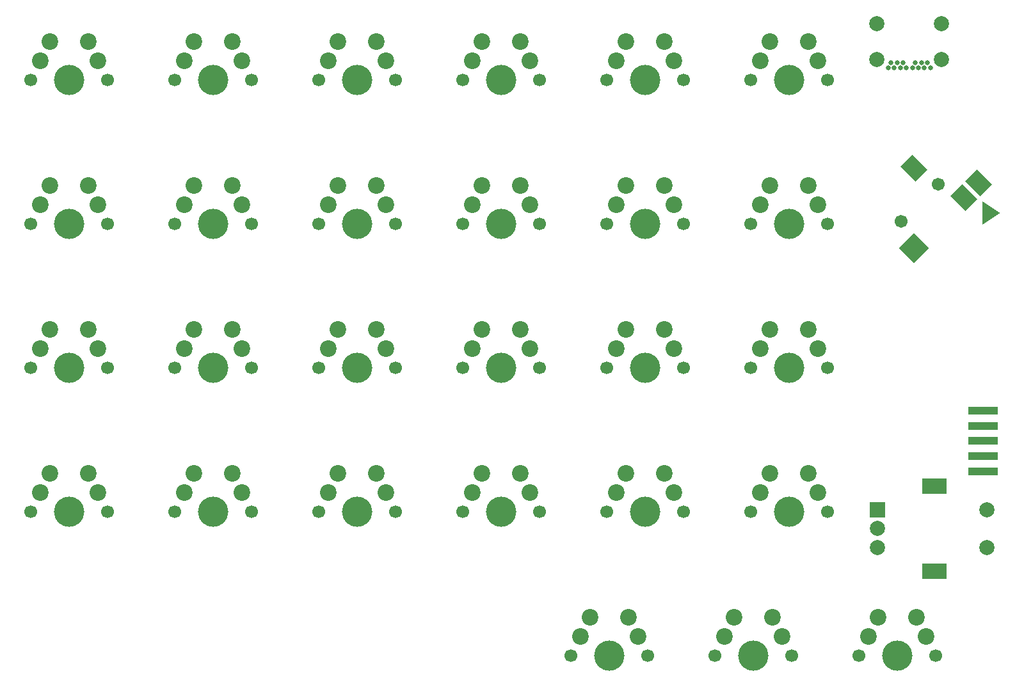
<source format=gbs>
G04 #@! TF.GenerationSoftware,KiCad,Pcbnew,(7.0.0)*
G04 #@! TF.CreationDate,2024-01-17T20:31:31+01:00*
G04 #@! TF.ProjectId,junon-kb,6a756e6f-6e2d-46b6-922e-6b696361645f,rev?*
G04 #@! TF.SameCoordinates,Original*
G04 #@! TF.FileFunction,Soldermask,Bot*
G04 #@! TF.FilePolarity,Negative*
%FSLAX46Y46*%
G04 Gerber Fmt 4.6, Leading zero omitted, Abs format (unit mm)*
G04 Created by KiCad (PCBNEW (7.0.0)) date 2024-01-17 20:31:31*
%MOMM*%
%LPD*%
G01*
G04 APERTURE LIST*
G04 Aperture macros list*
%AMRotRect*
0 Rectangle, with rotation*
0 The origin of the aperture is its center*
0 $1 length*
0 $2 width*
0 $3 Rotation angle, in degrees counterclockwise*
0 Add horizontal line*
21,1,$1,$2,0,0,$3*%
%AMOutline4P*
0 Free polygon, 4 corners , with rotation*
0 The origin of the aperture is its center*
0 number of corners: always 4*
0 $1 to $8 corner X, Y*
0 $9 Rotation angle, in degrees counterclockwise*
0 create outline with 4 corners*
4,1,4,$1,$2,$3,$4,$5,$6,$7,$8,$1,$2,$9*%
G04 Aperture macros list end*
%ADD10C,1.700000*%
%ADD11C,4.000000*%
%ADD12C,2.200000*%
%ADD13RotRect,2.794000X2.209800X135.000000*%
%ADD14RotRect,2.794000X2.794000X135.000000*%
%ADD15C,1.701800*%
%ADD16C,0.650000*%
%ADD17C,2.012000*%
%ADD18R,2.000000X2.000000*%
%ADD19C,2.000000*%
%ADD20R,3.200000X2.000000*%
%ADD21R,4.000000X1.000000*%
%ADD22Outline4P,-1.143000X-1.512000X1.143000X-0.012000X1.143000X0.012000X-1.143000X1.512000X0.000000*%
G04 APERTURE END LIST*
D10*
X182067500Y-121590000D03*
D11*
X187147500Y-121590000D03*
D10*
X192227500Y-121590000D03*
D12*
X184607500Y-116510000D03*
X189687500Y-116510000D03*
X183337500Y-119050000D03*
X190957500Y-119050000D03*
D10*
X167780000Y-102540000D03*
D11*
X172860000Y-102540000D03*
D10*
X177940000Y-102540000D03*
D12*
X170320000Y-97460000D03*
X175400000Y-97460000D03*
X169050000Y-100000000D03*
X176670000Y-100000000D03*
D10*
X167780000Y-83490000D03*
D11*
X172860000Y-83490000D03*
D10*
X177940000Y-83490000D03*
D12*
X170320000Y-78410000D03*
X175400000Y-78410000D03*
X169050000Y-80950000D03*
X176670000Y-80950000D03*
D10*
X167780000Y-64440000D03*
D11*
X172860000Y-64440000D03*
D10*
X177940000Y-64440000D03*
D12*
X170320000Y-59360000D03*
X175400000Y-59360000D03*
X169050000Y-61900000D03*
X176670000Y-61900000D03*
D10*
X167780000Y-45390000D03*
D11*
X172860000Y-45390000D03*
D10*
X177940000Y-45390000D03*
D12*
X170320000Y-40310000D03*
X175400000Y-40310000D03*
X169050000Y-42850000D03*
X176670000Y-42850000D03*
D10*
X163017500Y-121590000D03*
D11*
X168097500Y-121590000D03*
D10*
X173177500Y-121590000D03*
D12*
X165557500Y-116510000D03*
X170637500Y-116510000D03*
X164287500Y-119050000D03*
X171907500Y-119050000D03*
D10*
X148730000Y-102540000D03*
D11*
X153810000Y-102540000D03*
D10*
X158890000Y-102540000D03*
D12*
X151270000Y-97460000D03*
X156350000Y-97460000D03*
X150000000Y-100000000D03*
X157620000Y-100000000D03*
D10*
X148730000Y-83490000D03*
D11*
X153810000Y-83490000D03*
D10*
X158890000Y-83490000D03*
D12*
X151270000Y-78410000D03*
X156350000Y-78410000D03*
X150000000Y-80950000D03*
X157620000Y-80950000D03*
D10*
X148730000Y-64440000D03*
D11*
X153810000Y-64440000D03*
D10*
X158890000Y-64440000D03*
D12*
X151270000Y-59360000D03*
X156350000Y-59360000D03*
X150000000Y-61900000D03*
X157620000Y-61900000D03*
D10*
X148730000Y-45390000D03*
D11*
X153810000Y-45390000D03*
D10*
X158890000Y-45390000D03*
D12*
X151270000Y-40310000D03*
X156350000Y-40310000D03*
X150000000Y-42850000D03*
X157620000Y-42850000D03*
D10*
X143967500Y-121590000D03*
D11*
X149047500Y-121590000D03*
D10*
X154127500Y-121590000D03*
D12*
X146507500Y-116510000D03*
X151587500Y-116510000D03*
X145237500Y-119050000D03*
X152857500Y-119050000D03*
D10*
X129680000Y-102540000D03*
D11*
X134760000Y-102540000D03*
D10*
X139840000Y-102540000D03*
D12*
X132220000Y-97460000D03*
X137300000Y-97460000D03*
X130950000Y-100000000D03*
X138570000Y-100000000D03*
D10*
X129680000Y-83490000D03*
D11*
X134760000Y-83490000D03*
D10*
X139840000Y-83490000D03*
D12*
X132220000Y-78410000D03*
X137300000Y-78410000D03*
X130950000Y-80950000D03*
X138570000Y-80950000D03*
D10*
X129680000Y-64440000D03*
D11*
X134760000Y-64440000D03*
D10*
X139840000Y-64440000D03*
D12*
X132220000Y-59360000D03*
X137300000Y-59360000D03*
X130950000Y-61900000D03*
X138570000Y-61900000D03*
D10*
X129680000Y-45390000D03*
D11*
X134760000Y-45390000D03*
D10*
X139840000Y-45390000D03*
D12*
X132220000Y-40310000D03*
X137300000Y-40310000D03*
X130950000Y-42850000D03*
X138570000Y-42850000D03*
D10*
X110630000Y-102540000D03*
D11*
X115710000Y-102540000D03*
D10*
X120790000Y-102540000D03*
D12*
X113170000Y-97460000D03*
X118250000Y-97460000D03*
X111900000Y-100000000D03*
X119520000Y-100000000D03*
D10*
X110630000Y-83490000D03*
D11*
X115710000Y-83490000D03*
D10*
X120790000Y-83490000D03*
D12*
X113170000Y-78410000D03*
X118250000Y-78410000D03*
X111900000Y-80950000D03*
X119520000Y-80950000D03*
D10*
X110630000Y-64440000D03*
D11*
X115710000Y-64440000D03*
D10*
X120790000Y-64440000D03*
D12*
X113170000Y-59360000D03*
X118250000Y-59360000D03*
X111900000Y-61900000D03*
X119520000Y-61900000D03*
D10*
X110630000Y-45390000D03*
D11*
X115710000Y-45390000D03*
D10*
X120790000Y-45390000D03*
D12*
X113170000Y-40310000D03*
X118250000Y-40310000D03*
X111900000Y-42850000D03*
X119520000Y-42850000D03*
D10*
X91580000Y-102540000D03*
D11*
X96660000Y-102540000D03*
D10*
X101740000Y-102540000D03*
D12*
X94120000Y-97460000D03*
X99200000Y-97460000D03*
X92850000Y-100000000D03*
X100470000Y-100000000D03*
D10*
X91580000Y-83490000D03*
D11*
X96660000Y-83490000D03*
D10*
X101740000Y-83490000D03*
D12*
X94120000Y-78410000D03*
X99200000Y-78410000D03*
X92850000Y-80950000D03*
X100470000Y-80950000D03*
D10*
X91580000Y-64440000D03*
D11*
X96660000Y-64440000D03*
D10*
X101740000Y-64440000D03*
D12*
X94120000Y-59360000D03*
X99200000Y-59360000D03*
X92850000Y-61900000D03*
X100470000Y-61900000D03*
D10*
X91580000Y-45390000D03*
D11*
X96660000Y-45390000D03*
D10*
X101740000Y-45390000D03*
D12*
X94120000Y-40310000D03*
X99200000Y-40310000D03*
X92850000Y-42850000D03*
X100470000Y-42850000D03*
D10*
X72530000Y-102540000D03*
D11*
X77610000Y-102540000D03*
D10*
X82690000Y-102540000D03*
D12*
X75070000Y-97460000D03*
X80150000Y-97460000D03*
X73800000Y-100000000D03*
X81420000Y-100000000D03*
D10*
X72530000Y-83490000D03*
D11*
X77610000Y-83490000D03*
D10*
X82690000Y-83490000D03*
D12*
X75070000Y-78410000D03*
X80150000Y-78410000D03*
X73800000Y-80950000D03*
X81420000Y-80950000D03*
D10*
X72530000Y-64440000D03*
D11*
X77610000Y-64440000D03*
D10*
X82690000Y-64440000D03*
D12*
X75070000Y-59360000D03*
X80150000Y-59360000D03*
X73800000Y-61900000D03*
X81420000Y-61900000D03*
D10*
X72530000Y-45390000D03*
D11*
X77610000Y-45390000D03*
D10*
X82690000Y-45390000D03*
D12*
X75070000Y-40310000D03*
X80150000Y-40310000D03*
X73800000Y-42850000D03*
X81420000Y-42850000D03*
D13*
X195970311Y-61015644D03*
X189389580Y-57128989D03*
D14*
X189324922Y-67661034D03*
D13*
X197945968Y-59039988D03*
D15*
X192581164Y-59171100D03*
X187624062Y-64128202D03*
D16*
X186750000Y-43830000D03*
X190750000Y-43830000D03*
D17*
X184480000Y-42680000D03*
X193020000Y-42680000D03*
X184480000Y-37950000D03*
X193020000Y-37950000D03*
D16*
X185950000Y-43830000D03*
X186350000Y-43130000D03*
X187150000Y-43130000D03*
X187550000Y-43830000D03*
X187950000Y-43130000D03*
X188350000Y-43830000D03*
X189150000Y-43830000D03*
X189550000Y-43130000D03*
X189950000Y-43830000D03*
X190350000Y-43130000D03*
X191150000Y-43130000D03*
X191550000Y-43830000D03*
D18*
X184527121Y-102299999D03*
D19*
X184527122Y-107300000D03*
X184527122Y-104800000D03*
D20*
X192027121Y-99199999D03*
X192027121Y-110399999D03*
D19*
X199027122Y-107300000D03*
X199027122Y-102300000D03*
D21*
X198499999Y-89199999D03*
X198499999Y-91199999D03*
X198499999Y-93199999D03*
X198499999Y-95199999D03*
X198499999Y-97199999D03*
D22*
X199600000Y-63000000D03*
M02*

</source>
